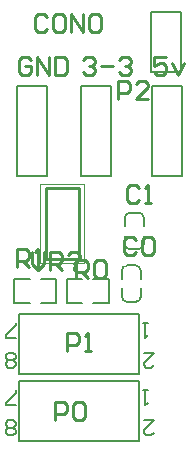
<source format=gto>
G04*
G04 #@! TF.GenerationSoftware,Altium Limited,Altium Designer,19.0.4 (130)*
G04*
G04 Layer_Color=65535*
%FSLAX25Y25*%
%MOIN*%
G70*
G01*
G75*
%ADD10C,0.00787*%
%ADD11C,0.01000*%
%ADD12C,0.00800*%
%ADD13C,0.00394*%
D10*
X443965Y260075D02*
G03*
X442390Y258500I0J-1575D01*
G01*
X448610Y258500D02*
G03*
X447035Y260075I-1575J-0D01*
G01*
X447035Y247988D02*
G03*
X448610Y249563I0J1575D01*
G01*
X442390D02*
G03*
X443965Y247988I1575J0D01*
G01*
X442965Y242512D02*
G03*
X441390Y240937I0J-1575D01*
G01*
X447610Y240937D02*
G03*
X446035Y242512I-1575J-0D01*
G01*
X446035Y230425D02*
G03*
X447610Y232000I0J1575D01*
G01*
X441390D02*
G03*
X442965Y230425I1575J0D01*
G01*
X405531Y229925D02*
Y238075D01*
X419468Y229925D02*
Y238075D01*
X414272D02*
X419468D01*
X405531D02*
X410728D01*
X405531Y229925D02*
X410728D01*
X414272D02*
X419468D01*
X423035D02*
Y238075D01*
X436972Y229925D02*
Y238075D01*
X431776D02*
X436972D01*
X423035D02*
X428232D01*
X423035Y229925D02*
X428232D01*
X431776D02*
X436972D01*
X451000Y307000D02*
Y327000D01*
Y307000D02*
X461000D01*
Y327000D01*
X451000D02*
X461000D01*
X407000Y206500D02*
Y226500D01*
X447000Y206500D02*
Y226500D01*
X407000Y206500D02*
X447000D01*
X407000Y226500D02*
X447000D01*
X407000Y184000D02*
Y204000D01*
X447000Y184000D02*
Y204000D01*
X407000Y184000D02*
X447000D01*
X407000Y204000D02*
X447000D01*
X442390Y249563D02*
Y252457D01*
X443965Y260075D02*
X447035D01*
X443965Y247988D02*
X447035D01*
X442390Y255606D02*
Y258500D01*
X448610Y255606D02*
Y258500D01*
Y249563D02*
Y252457D01*
X441390Y232000D02*
Y234894D01*
X442965Y242512D02*
X446035D01*
X442965Y230425D02*
X446035D01*
X441390Y238043D02*
Y240937D01*
X447610Y238043D02*
Y240937D01*
Y232000D02*
Y234894D01*
X451500Y272500D02*
Y302500D01*
Y272500D02*
X461500D01*
Y302500D01*
X451500D02*
X461500D01*
X406500Y272500D02*
Y302500D01*
Y272500D02*
X416500D01*
Y302500D01*
X406500D02*
X416500D01*
X427811Y272500D02*
Y302500D01*
Y272500D02*
X437811D01*
Y302500D01*
X427811D02*
X437811D01*
D11*
X427012Y244689D02*
Y268311D01*
X415988Y244689D02*
X427012D01*
X415988D02*
Y268311D01*
X427012D01*
X406500Y242000D02*
Y247998D01*
X409499D01*
X410499Y246998D01*
Y244999D01*
X409499Y243999D01*
X406500D01*
X408499D02*
X410499Y242000D01*
X412498D02*
X414497D01*
X413498D01*
Y247998D01*
X412498Y246998D01*
X426000Y238500D02*
Y244498D01*
X428999D01*
X429999Y243498D01*
Y241499D01*
X428999Y240499D01*
X426000D01*
X427999D02*
X429999Y238500D01*
X431998Y243498D02*
X432998Y244498D01*
X434997D01*
X435997Y243498D01*
Y239500D01*
X434997Y238500D01*
X432998D01*
X431998Y239500D01*
Y243498D01*
X411500Y246998D02*
Y242999D01*
X413499Y241000D01*
X415499Y242999D01*
Y246998D01*
X417498Y241000D02*
Y246998D01*
X420497D01*
X421497Y245998D01*
Y243999D01*
X420497Y242999D01*
X417498D01*
X419497D02*
X421497Y241000D01*
X423496Y245998D02*
X424496Y246998D01*
X426495D01*
X427495Y245998D01*
Y244999D01*
X425495Y242999D01*
Y242000D02*
Y241000D01*
X416499Y325498D02*
X415499Y326498D01*
X413500D01*
X412500Y325498D01*
Y321500D01*
X413500Y320500D01*
X415499D01*
X416499Y321500D01*
X421497Y326498D02*
X419498D01*
X418498Y325498D01*
Y321500D01*
X419498Y320500D01*
X421497D01*
X422497Y321500D01*
Y325498D01*
X421497Y326498D01*
X424496Y320500D02*
Y326498D01*
X428495Y320500D01*
Y326498D01*
X430494Y325498D02*
X431494Y326498D01*
X433493D01*
X434493Y325498D01*
Y321500D01*
X433493Y320500D01*
X431494D01*
X430494Y321500D01*
Y325498D01*
X440000Y298000D02*
Y303998D01*
X442999D01*
X443999Y302998D01*
Y300999D01*
X442999Y299999D01*
X440000D01*
X449997Y298000D02*
X445998D01*
X449997Y301999D01*
Y302998D01*
X448997Y303998D01*
X446998D01*
X445998Y302998D01*
X423000Y214000D02*
Y219998D01*
X425999D01*
X426999Y218998D01*
Y216999D01*
X425999Y215999D01*
X423000D01*
X428998Y214000D02*
X430997D01*
X429998D01*
Y219998D01*
X428998Y218998D01*
X419236Y191000D02*
Y196998D01*
X422235D01*
X423235Y195998D01*
Y193999D01*
X422235Y192999D01*
X419236D01*
X425234Y195998D02*
X426234Y196998D01*
X428233D01*
X429233Y195998D01*
Y192000D01*
X428233Y191000D01*
X426234D01*
X425234Y192000D01*
Y195998D01*
X411099Y310898D02*
X410099Y311898D01*
X408100D01*
X407100Y310898D01*
Y306900D01*
X408100Y305900D01*
X410099D01*
X411099Y306900D01*
Y308899D01*
X409099D01*
X413098Y305900D02*
Y311898D01*
X417097Y305900D01*
Y311898D01*
X419096D02*
Y305900D01*
X422095D01*
X423095Y306900D01*
Y310898D01*
X422095Y311898D01*
X419096D01*
X446999Y268498D02*
X445999Y269498D01*
X444000D01*
X443000Y268498D01*
Y264500D01*
X444000Y263500D01*
X445999D01*
X446999Y264500D01*
X448998Y263500D02*
X450997D01*
X449998D01*
Y269498D01*
X448998Y268498D01*
X445999Y250867D02*
X444999Y251867D01*
X443000D01*
X442000Y250867D01*
Y246868D01*
X443000Y245868D01*
X444999D01*
X445999Y246868D01*
X447998Y250867D02*
X448998Y251867D01*
X450997D01*
X451997Y250867D01*
Y246868D01*
X450997Y245868D01*
X448998D01*
X447998Y246868D01*
Y250867D01*
X456099Y311898D02*
X452100D01*
Y308899D01*
X454099Y309899D01*
X455099D01*
X456099Y308899D01*
Y306900D01*
X455099Y305900D01*
X453100D01*
X452100Y306900D01*
X458098Y309899D02*
X460097Y305900D01*
X462097Y309899D01*
X428411Y310898D02*
X429411Y311898D01*
X431410D01*
X432410Y310898D01*
Y309899D01*
X431410Y308899D01*
X430410D01*
X431410D01*
X432410Y307899D01*
Y306900D01*
X431410Y305900D01*
X429411D01*
X428411Y306900D01*
X434409Y308899D02*
X438408D01*
X440407Y310898D02*
X441407Y311898D01*
X443406D01*
X444406Y310898D01*
Y309899D01*
X443406Y308899D01*
X442407D01*
X443406D01*
X444406Y307899D01*
Y306900D01*
X443406Y305900D01*
X441407D01*
X440407Y306900D01*
D12*
X406000Y209335D02*
X405167Y208502D01*
X403501D01*
X402668Y209335D01*
Y210168D01*
X403501Y211001D01*
X402668Y211834D01*
Y212667D01*
X403501Y213500D01*
X405167D01*
X406000Y212667D01*
Y211834D01*
X405167Y211001D01*
X406000Y210168D01*
Y209335D01*
X405167Y211001D02*
X403501D01*
X406000Y218502D02*
X402668D01*
Y219335D01*
X406000Y222667D01*
Y223500D01*
X450000D02*
X448334D01*
X449167D01*
Y218502D01*
X450000Y219335D01*
X448668Y213500D02*
X452000D01*
X448668Y210168D01*
Y209335D01*
X449501Y208502D01*
X451167D01*
X452000Y209335D01*
X406000Y186835D02*
X405167Y186002D01*
X403501D01*
X402668Y186835D01*
Y187668D01*
X403501Y188501D01*
X402668Y189334D01*
Y190167D01*
X403501Y191000D01*
X405167D01*
X406000Y190167D01*
Y189334D01*
X405167Y188501D01*
X406000Y187668D01*
Y186835D01*
X405167Y188501D02*
X403501D01*
X406000Y196002D02*
X402668D01*
Y196835D01*
X406000Y200167D01*
Y201000D01*
X450000D02*
X448334D01*
X449167D01*
Y196002D01*
X450000Y196835D01*
X448668Y191000D02*
X452000D01*
X448668Y187668D01*
Y186835D01*
X449501Y186002D01*
X451167D01*
X452000Y186835D01*
D13*
X428783Y243311D02*
Y269689D01*
X414217Y243311D02*
Y269689D01*
Y243311D02*
X428783D01*
X414217Y269689D02*
X428783D01*
M02*

</source>
